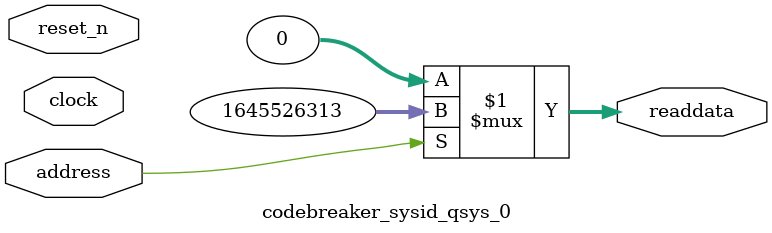
<source format=v>



// synthesis translate_off
`timescale 1ns / 1ps
// synthesis translate_on

// turn off superfluous verilog processor warnings 
// altera message_level Level1 
// altera message_off 10034 10035 10036 10037 10230 10240 10030 

module codebreaker_sysid_qsys_0 (
               // inputs:
                address,
                clock,
                reset_n,

               // outputs:
                readdata
             )
;

  output  [ 31: 0] readdata;
  input            address;
  input            clock;
  input            reset_n;

  wire    [ 31: 0] readdata;
  //control_slave, which is an e_avalon_slave
  assign readdata = address ? 1645526313 : 0;

endmodule



</source>
